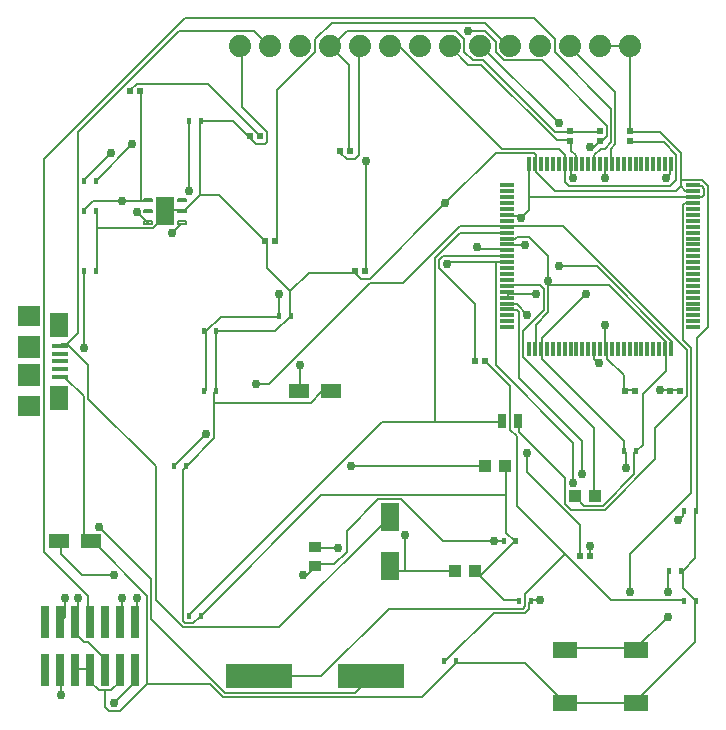
<source format=gbr>
G04 EAGLE Gerber RS-274X export*
G75*
%MOMM*%
%FSLAX34Y34*%
%LPD*%
%INTop Copper*%
%IPPOS*%
%AMOC8*
5,1,8,0,0,1.08239X$1,22.5*%
G01*
%ADD10R,1.100000X1.000000*%
%ADD11R,0.350000X0.600000*%
%ADD12R,1.700000X1.300000*%
%ADD13R,0.500000X0.600000*%
%ADD14R,1.000000X0.900000*%
%ADD15R,1.350000X0.400000*%
%ADD16R,1.600000X2.100000*%
%ADD17R,1.900000X1.800000*%
%ADD18R,1.900000X1.900000*%
%ADD19R,0.740000X2.790000*%
%ADD20C,1.879600*%
%ADD21R,0.540000X0.600000*%
%ADD22R,0.600000X0.540000*%
%ADD23R,0.560000X0.600000*%
%ADD24R,2.100000X1.400000*%
%ADD25R,1.550000X2.400000*%
%ADD26R,1.200000X0.300000*%
%ADD27R,0.300000X1.200000*%
%ADD28C,0.200000*%
%ADD29R,1.625000X2.365000*%
%ADD30R,5.600000X2.100000*%
%ADD31R,0.800000X1.300000*%
%ADD32C,0.203200*%
%ADD33C,0.756400*%


D10*
X410600Y241300D03*
X427600Y241300D03*
D11*
X566250Y152400D03*
X576750Y152400D03*
X172550Y304800D03*
X183050Y304800D03*
X375750Y76200D03*
X386250Y76200D03*
X578950Y203200D03*
X589450Y203200D03*
X172550Y355600D03*
X183050Y355600D03*
X439250Y127000D03*
X449750Y127000D03*
X528150Y254000D03*
X538650Y254000D03*
D12*
X253200Y304800D03*
X280200Y304800D03*
D11*
X236050Y368300D03*
X246550Y368300D03*
D12*
X50000Y177800D03*
X77000Y177800D03*
D10*
X486800Y215900D03*
X503800Y215900D03*
D11*
X426550Y177800D03*
X437050Y177800D03*
X159850Y533400D03*
X170350Y533400D03*
D10*
X385200Y152400D03*
X402200Y152400D03*
D11*
X70950Y482600D03*
X81450Y482600D03*
X70950Y457200D03*
X81450Y457200D03*
X70950Y406400D03*
X81450Y406400D03*
X578950Y127000D03*
X589450Y127000D03*
X159850Y114300D03*
X170350Y114300D03*
X147150Y241300D03*
X157650Y241300D03*
D13*
X300300Y406400D03*
X309300Y406400D03*
X224100Y431800D03*
X233100Y431800D03*
X211400Y520700D03*
X220400Y520700D03*
D14*
X266700Y157100D03*
X266700Y173100D03*
D15*
X50800Y330200D03*
X50800Y336700D03*
X50800Y323700D03*
X50800Y343200D03*
X50800Y317200D03*
D16*
X49550Y361200D03*
X49550Y299200D03*
D17*
X24050Y368200D03*
X24050Y292200D03*
D18*
X24050Y342200D03*
X24050Y318200D03*
D19*
X38100Y68550D03*
X38100Y109250D03*
X50800Y68550D03*
X50800Y109250D03*
X63500Y68550D03*
X63500Y109250D03*
X76200Y68550D03*
X76200Y109250D03*
X88900Y68550D03*
X88900Y109250D03*
X101600Y68550D03*
X101600Y109250D03*
X114300Y68550D03*
X114300Y109250D03*
D20*
X203200Y596900D03*
X228600Y596900D03*
X254000Y596900D03*
X279400Y596900D03*
X304800Y596900D03*
X330200Y596900D03*
X355600Y596900D03*
X381000Y596900D03*
X406400Y596900D03*
X431800Y596900D03*
X457200Y596900D03*
X482600Y596900D03*
X508000Y596900D03*
X533400Y596900D03*
D21*
X567180Y304800D03*
X575820Y304800D03*
X529080Y304800D03*
X537720Y304800D03*
D22*
X533400Y516380D03*
X533400Y525020D03*
X508000Y516380D03*
X508000Y525020D03*
X482600Y516380D03*
X482600Y525020D03*
D21*
X109980Y558800D03*
X118620Y558800D03*
X402080Y330200D03*
X410720Y330200D03*
X287780Y508000D03*
X296420Y508000D03*
D23*
X490950Y165100D03*
X499650Y165100D03*
D24*
X478000Y86000D03*
X538000Y86000D03*
X478000Y41000D03*
X538000Y41000D03*
D25*
X330200Y156800D03*
X330200Y198800D03*
D26*
X429500Y479100D03*
X429500Y474100D03*
X429500Y469100D03*
X429500Y464100D03*
X429500Y459100D03*
X429500Y454100D03*
X429500Y449100D03*
X429500Y444100D03*
X429500Y439100D03*
X429500Y434100D03*
X429500Y429100D03*
X429500Y424100D03*
X429500Y419100D03*
X429500Y414100D03*
X429500Y409100D03*
X429500Y404100D03*
X429500Y399100D03*
X429500Y394100D03*
X429500Y389100D03*
X429500Y384100D03*
X429500Y379100D03*
X429500Y374100D03*
X429500Y369100D03*
X429500Y364100D03*
X429500Y359100D03*
D27*
X448000Y340600D03*
X453000Y340600D03*
X458000Y340600D03*
X463000Y340600D03*
X468000Y340600D03*
X473000Y340600D03*
X478000Y340600D03*
X483000Y340600D03*
X488000Y340600D03*
X493000Y340600D03*
X498000Y340600D03*
X503000Y340600D03*
X508000Y340600D03*
X513000Y340600D03*
X518000Y340600D03*
X523000Y340600D03*
X528000Y340600D03*
X533000Y340600D03*
X538000Y340600D03*
X543000Y340600D03*
X548000Y340600D03*
X553000Y340600D03*
X558000Y340600D03*
X563000Y340600D03*
X568000Y340600D03*
D26*
X586500Y359100D03*
X586500Y364100D03*
X586500Y369100D03*
X586500Y374100D03*
X586500Y379100D03*
X586500Y384100D03*
X586500Y389100D03*
X586500Y394100D03*
X586500Y399100D03*
X586500Y404100D03*
X586500Y409100D03*
X586500Y414100D03*
X586500Y419100D03*
X586500Y424100D03*
X586500Y429100D03*
X586500Y434100D03*
X586500Y439100D03*
X586500Y444100D03*
X586500Y449100D03*
X586500Y454100D03*
X586500Y459100D03*
X586500Y464100D03*
X586500Y469100D03*
X586500Y474100D03*
X586500Y479100D03*
D27*
X568000Y497600D03*
X563000Y497600D03*
X558000Y497600D03*
X553000Y497600D03*
X548000Y497600D03*
X543000Y497600D03*
X538000Y497600D03*
X533000Y497600D03*
X528000Y497600D03*
X523000Y497600D03*
X518000Y497600D03*
X513000Y497600D03*
X508000Y497600D03*
X503000Y497600D03*
X498000Y497600D03*
X493000Y497600D03*
X488000Y497600D03*
X483000Y497600D03*
X478000Y497600D03*
X473000Y497600D03*
X468000Y497600D03*
X463000Y497600D03*
X458000Y497600D03*
X453000Y497600D03*
X448000Y497600D03*
D28*
X157250Y448700D02*
X150850Y448700D01*
X157250Y448700D02*
X157250Y446700D01*
X150850Y446700D01*
X150850Y448700D01*
X150850Y448600D02*
X157250Y448600D01*
X157250Y458200D02*
X150850Y458200D01*
X157250Y458200D02*
X157250Y456200D01*
X150850Y456200D01*
X150850Y458200D01*
X150850Y458100D02*
X157250Y458100D01*
X157250Y467700D02*
X150850Y467700D01*
X157250Y467700D02*
X157250Y465700D01*
X150850Y465700D01*
X150850Y467700D01*
X150850Y467600D02*
X157250Y467600D01*
X128550Y465700D02*
X122150Y465700D01*
X122150Y467700D01*
X128550Y467700D01*
X128550Y465700D01*
X128550Y467600D02*
X122150Y467600D01*
X122150Y456200D02*
X128550Y456200D01*
X122150Y456200D02*
X122150Y458200D01*
X128550Y458200D01*
X128550Y456200D01*
X128550Y458100D02*
X122150Y458100D01*
X122150Y446700D02*
X128550Y446700D01*
X122150Y446700D02*
X122150Y448700D01*
X128550Y448700D01*
X128550Y446700D01*
X128550Y448600D02*
X122150Y448600D01*
D29*
X139700Y457200D03*
D30*
X219200Y63500D03*
X314200Y63500D03*
D31*
X424800Y279400D03*
X438800Y279400D03*
D32*
X74676Y69342D02*
X64008Y69342D01*
X63500Y68550D01*
X74676Y69342D02*
X76200Y68550D01*
X101346Y67564D02*
X101346Y58674D01*
X94234Y51562D01*
X88900Y51562D02*
X83566Y51562D01*
X88900Y51562D02*
X94234Y51562D01*
X83566Y51562D02*
X76454Y58674D01*
X76454Y67564D01*
X101346Y67564D02*
X101600Y68550D01*
X76454Y67564D02*
X76200Y68550D01*
X55118Y316484D02*
X51562Y316484D01*
X55118Y316484D02*
X71120Y300482D01*
X71120Y183134D01*
X76454Y177800D01*
X51562Y316484D02*
X50800Y317200D01*
X76454Y177800D02*
X77000Y177800D01*
X88900Y51562D02*
X88900Y37338D01*
X92456Y33782D01*
X101346Y33782D01*
X124460Y56896D01*
X124460Y131572D01*
X78232Y177800D01*
X77000Y177800D01*
X577850Y151130D02*
X577850Y138684D01*
X588518Y128016D01*
X577850Y151130D02*
X576750Y152400D01*
X588518Y128016D02*
X589450Y127000D01*
X588518Y163576D02*
X588518Y202692D01*
X588518Y163576D02*
X577850Y152908D01*
X588518Y202692D02*
X589450Y203200D01*
X577850Y152908D02*
X576750Y152400D01*
X444500Y74676D02*
X387604Y74676D01*
X444500Y74676D02*
X476504Y42672D01*
X387604Y74676D02*
X386250Y76200D01*
X476504Y42672D02*
X478000Y41000D01*
X478282Y40894D02*
X536956Y40894D01*
X538000Y41000D01*
X478282Y40894D02*
X478000Y41000D01*
X588518Y92456D02*
X588518Y126238D01*
X588518Y92456D02*
X538734Y42672D01*
X588518Y126238D02*
X589450Y127000D01*
X538734Y42672D02*
X538000Y41000D01*
X177800Y56896D02*
X124460Y56896D01*
X177800Y56896D02*
X188468Y46228D01*
X357378Y46228D01*
X385826Y74676D01*
X386250Y76200D01*
X430276Y384048D02*
X430276Y387604D01*
X430276Y384048D02*
X429500Y384100D01*
X453390Y360934D02*
X453390Y341376D01*
X453390Y360934D02*
X464058Y371602D01*
X464058Y398272D02*
X464058Y419608D01*
X464058Y394716D02*
X464058Y371602D01*
X464058Y419608D02*
X448056Y435610D01*
X437388Y435610D01*
X435610Y433832D01*
X430276Y433832D01*
X453390Y341376D02*
X453000Y340600D01*
X430276Y433832D02*
X429500Y434100D01*
X430276Y387604D02*
X453390Y387604D01*
X430276Y387604D02*
X429500Y389100D01*
X536956Y252476D02*
X536956Y234696D01*
X510286Y208026D01*
X494284Y208026D01*
X487172Y215138D01*
X536956Y252476D02*
X538650Y254000D01*
X486800Y215900D02*
X487172Y215138D01*
X563626Y321818D02*
X563626Y339598D01*
X563626Y321818D02*
X544068Y302260D01*
X544068Y259588D01*
X538734Y254254D01*
X563626Y339598D02*
X563000Y340600D01*
X538734Y254254D02*
X538650Y254000D01*
X515620Y394716D02*
X464058Y394716D01*
X515620Y394716D02*
X563626Y346710D01*
X563626Y341376D01*
X464058Y394716D02*
X464058Y398272D01*
X563000Y340600D02*
X563626Y341376D01*
X533400Y525020D02*
X533400Y596900D01*
X579628Y474726D02*
X584962Y474726D01*
X579628Y474726D02*
X576072Y478282D01*
X576072Y483616D02*
X576072Y506730D01*
X576072Y483616D02*
X576072Y478282D01*
X576072Y506730D02*
X558292Y524510D01*
X533400Y524510D01*
X584962Y474726D02*
X586500Y474100D01*
X533400Y524510D02*
X533400Y525020D01*
X453390Y496062D02*
X453390Y490728D01*
X469392Y474726D01*
X572516Y474726D01*
X576072Y478282D01*
X453390Y496062D02*
X453000Y497600D01*
X508508Y597408D02*
X533400Y597408D01*
X508508Y597408D02*
X508000Y596900D01*
X533400Y596900D02*
X533400Y597408D01*
X112014Y513842D02*
X81788Y483616D01*
X81450Y482600D01*
X170350Y533400D02*
X197358Y533400D01*
X209804Y520954D01*
X211400Y520700D01*
X81788Y456946D02*
X81788Y442722D01*
X81788Y407162D01*
X81450Y406400D01*
X81788Y456946D02*
X81450Y457200D01*
X140462Y458724D02*
X152908Y458724D01*
X154050Y457200D01*
X140462Y458724D02*
X139700Y457200D01*
X129794Y442722D02*
X81788Y442722D01*
X129794Y442722D02*
X138684Y451612D01*
X138684Y456946D01*
X139700Y457200D01*
X168910Y471170D02*
X168910Y533400D01*
X168910Y471170D02*
X154686Y456946D01*
X168910Y533400D02*
X170350Y533400D01*
X154050Y457200D02*
X154686Y456946D01*
X426720Y128016D02*
X439166Y128016D01*
X405384Y149352D02*
X403606Y151130D01*
X405384Y149352D02*
X426720Y128016D01*
X439166Y128016D02*
X439250Y127000D01*
X403606Y151130D02*
X402200Y152400D01*
X407162Y149352D02*
X435610Y177800D01*
X407162Y149352D02*
X405384Y149352D01*
X402200Y152400D01*
X428498Y184912D02*
X428498Y216916D01*
X428498Y240030D01*
X428498Y184912D02*
X435610Y177800D01*
X428498Y240030D02*
X427600Y241300D01*
X435610Y177800D02*
X437050Y177800D01*
X181356Y264922D02*
X158242Y241808D01*
X181356Y295148D02*
X181356Y304038D01*
X181356Y295148D02*
X181356Y264922D01*
X158242Y241808D02*
X157650Y241300D01*
X181356Y304038D02*
X183050Y304800D01*
X168910Y113792D02*
X163576Y108458D01*
X156464Y108458D01*
X154686Y110236D01*
X154686Y238252D01*
X156464Y240030D01*
X170350Y114300D02*
X168910Y113792D01*
X156464Y240030D02*
X157650Y241300D01*
X183134Y305816D02*
X183134Y355600D01*
X183134Y305816D02*
X183050Y304800D01*
X232918Y355600D02*
X245364Y368046D01*
X232918Y355600D02*
X183134Y355600D01*
X245364Y368046D02*
X246550Y368300D01*
X183134Y355600D02*
X183050Y355600D01*
X225806Y408940D02*
X225806Y430276D01*
X225806Y408940D02*
X245364Y389382D01*
X245364Y369824D01*
X225806Y430276D02*
X224100Y431800D01*
X245364Y369824D02*
X246550Y368300D01*
X261366Y405384D02*
X298704Y405384D01*
X261366Y405384D02*
X245364Y389382D01*
X298704Y405384D02*
X300300Y406400D01*
X279146Y304038D02*
X272034Y304038D01*
X263144Y295148D01*
X181356Y295148D01*
X279146Y304038D02*
X280200Y304800D01*
X272034Y216916D02*
X428498Y216916D01*
X272034Y216916D02*
X170688Y115570D01*
X170350Y114300D01*
X168910Y471170D02*
X184912Y471170D01*
X224028Y432054D01*
X224100Y431800D01*
X204470Y545846D02*
X204470Y595630D01*
X204470Y545846D02*
X225806Y524510D01*
X225806Y515620D01*
X224028Y513842D01*
X216916Y513842D01*
X211582Y519176D01*
X204470Y595630D02*
X203200Y596900D01*
X211400Y520700D02*
X211582Y519176D01*
X453390Y504952D02*
X453390Y497840D01*
X453390Y504952D02*
X451612Y506730D01*
X419608Y506730D01*
X376936Y464058D02*
X312928Y400050D01*
X376936Y464058D02*
X419608Y506730D01*
X312928Y400050D02*
X305816Y400050D01*
X300482Y405384D01*
X453000Y497600D02*
X453390Y497840D01*
X300300Y406400D02*
X300482Y405384D01*
X590296Y350266D02*
X590296Y204470D01*
X590296Y350266D02*
X599186Y359156D01*
X599186Y478282D01*
X593852Y483616D01*
X576072Y483616D01*
X590296Y204470D02*
X589450Y203200D01*
D33*
X453390Y387604D03*
X464058Y398272D03*
X112014Y513842D03*
X376936Y464058D03*
D32*
X174244Y355600D02*
X174244Y305816D01*
X172550Y304800D01*
X186690Y368046D02*
X234696Y368046D01*
X186690Y368046D02*
X174244Y355600D01*
X234696Y368046D02*
X236050Y368300D01*
X174244Y355600D02*
X172550Y355600D01*
X483616Y524510D02*
X506730Y524510D01*
X483616Y524510D02*
X482600Y525020D01*
X506730Y524510D02*
X508000Y525020D01*
X295148Y508508D02*
X295148Y581406D01*
X280924Y595630D01*
X295148Y508508D02*
X296420Y508000D01*
X280924Y595630D02*
X279400Y596900D01*
X469392Y524510D02*
X481838Y524510D01*
X469392Y524510D02*
X408940Y584962D01*
X400050Y584962D01*
X392938Y592074D01*
X392938Y602742D01*
X385826Y609854D01*
X293370Y609854D01*
X280924Y597408D01*
X481838Y524510D02*
X482600Y525020D01*
X280924Y597408D02*
X279400Y596900D01*
X236474Y387604D02*
X236474Y369824D01*
X236050Y368300D01*
X586740Y469392D02*
X593852Y469392D01*
X595630Y471170D01*
X595630Y476504D01*
X593852Y478282D01*
X586740Y478282D01*
X586740Y469392D02*
X586500Y469100D01*
X586740Y478282D02*
X586500Y479100D01*
X444500Y428498D02*
X430276Y428498D01*
X439166Y451612D02*
X440944Y451612D01*
X439166Y451612D02*
X437388Y453390D01*
X430276Y453390D01*
X429500Y429100D02*
X430276Y428498D01*
X430276Y453390D02*
X429500Y454100D01*
X568960Y346710D02*
X568960Y341376D01*
X568960Y346710D02*
X504952Y410718D01*
X472948Y410718D01*
X568000Y340600D02*
X568960Y341376D01*
X448056Y458724D02*
X448056Y469392D01*
X448056Y496062D01*
X448056Y458724D02*
X440944Y451612D01*
X448056Y496062D02*
X448000Y497600D01*
X448056Y469392D02*
X584962Y469392D01*
X586500Y469100D01*
X417830Y117348D02*
X376936Y76454D01*
X417830Y117348D02*
X444500Y117348D01*
X448056Y120904D01*
X448056Y126238D01*
X376936Y76454D02*
X375750Y76200D01*
X448056Y126238D02*
X449750Y127000D01*
X528066Y254254D02*
X528066Y263144D01*
X458724Y332486D01*
X458724Y339598D01*
X528066Y254254D02*
X528150Y254000D01*
X458724Y339598D02*
X458000Y340600D01*
X577850Y202692D02*
X577850Y199136D01*
X574294Y195580D01*
X529844Y240030D02*
X529844Y252476D01*
X577850Y202692D02*
X578950Y203200D01*
X529844Y252476D02*
X528150Y254000D01*
X286258Y172466D02*
X266700Y172466D01*
X266700Y173100D01*
X449834Y128016D02*
X456946Y128016D01*
X449834Y128016D02*
X449750Y127000D01*
X458724Y350266D02*
X496062Y387604D01*
X458724Y350266D02*
X458724Y341376D01*
X458000Y340600D01*
D33*
X236474Y387604D03*
X444500Y428498D03*
X440944Y451612D03*
X472948Y410718D03*
X574294Y195580D03*
X529844Y240030D03*
X286258Y172466D03*
X456946Y128016D03*
X496062Y387604D03*
D32*
X579628Y464058D02*
X584962Y464058D01*
X579628Y464058D02*
X577850Y462280D01*
X577850Y348488D01*
X584962Y341376D01*
X584962Y218694D01*
X533400Y167132D01*
X533400Y135128D01*
X55118Y129794D02*
X55118Y113792D01*
X51562Y110236D01*
X584962Y464058D02*
X586500Y464100D01*
X51562Y110236D02*
X50800Y109250D01*
D33*
X533400Y135128D03*
X55118Y129794D03*
D32*
X503174Y497840D02*
X503174Y504952D01*
X508508Y510286D01*
X512064Y510286D01*
X517398Y515620D01*
X517398Y544068D01*
X469392Y592074D01*
X469392Y602742D01*
X451612Y620522D01*
X156464Y620522D01*
X37338Y501396D01*
X37338Y168910D01*
X74676Y131572D01*
X74676Y110236D01*
X503000Y497600D02*
X503174Y497840D01*
X76200Y109250D02*
X74676Y110236D01*
X512064Y485394D02*
X512064Y496062D01*
X513000Y497600D01*
X113792Y67564D02*
X113792Y58674D01*
X96012Y40894D01*
X113792Y67564D02*
X114300Y68550D01*
D33*
X512064Y485394D03*
X96012Y40894D03*
D32*
X517398Y497840D02*
X517398Y510286D01*
X520954Y513842D01*
X520954Y558292D01*
X483616Y595630D01*
X517398Y497840D02*
X518000Y497600D01*
X483616Y595630D02*
X482600Y596900D01*
X115570Y129794D02*
X115570Y110236D01*
X114300Y109250D01*
D33*
X115570Y129794D03*
D32*
X567182Y488950D02*
X567182Y496062D01*
X567182Y488950D02*
X563626Y485394D01*
X65786Y129794D02*
X65786Y112014D01*
X64008Y110236D01*
X567182Y496062D02*
X568000Y497600D01*
X64008Y110236D02*
X63500Y109250D01*
X88900Y78232D02*
X88900Y68550D01*
X88900Y78232D02*
X74676Y92456D01*
X71120Y92456D01*
X64008Y99568D01*
X64008Y108458D01*
X63500Y109250D01*
D33*
X563626Y485394D03*
X65786Y129794D03*
D32*
X160020Y115570D02*
X323596Y279146D01*
X368046Y279146D02*
X423164Y279146D01*
X368046Y279146D02*
X323596Y279146D01*
X160020Y115570D02*
X159850Y114300D01*
X423164Y279146D02*
X424800Y279400D01*
X428498Y439166D02*
X389382Y439166D01*
X368046Y417830D01*
X368046Y279146D01*
X428498Y439166D02*
X429500Y439100D01*
X71120Y405384D02*
X71120Y341376D01*
X83566Y190246D02*
X128016Y145796D01*
X128016Y112014D01*
X190246Y49784D01*
X300482Y49784D01*
X312928Y62230D01*
X71120Y405384D02*
X70950Y406400D01*
X314200Y63500D02*
X312928Y62230D01*
X405384Y424942D02*
X428498Y424942D01*
X405384Y424942D02*
X403606Y426720D01*
X428498Y424942D02*
X429500Y424100D01*
D33*
X71120Y341376D03*
X83566Y190246D03*
X403606Y426720D03*
D32*
X401828Y378714D02*
X401828Y330708D01*
X401828Y378714D02*
X371602Y408940D01*
X371602Y416052D01*
X375158Y419608D01*
X428498Y419608D01*
X401828Y330708D02*
X402080Y330200D01*
X429500Y419100D02*
X428498Y419608D01*
X293370Y501396D02*
X288036Y506730D01*
X293370Y501396D02*
X300482Y501396D01*
X304038Y504952D01*
X304038Y595630D01*
X287780Y508000D02*
X288036Y506730D01*
X304038Y595630D02*
X304800Y596900D01*
X380492Y414274D02*
X419608Y414274D01*
X428498Y414274D01*
X380492Y414274D02*
X378714Y412496D01*
X428498Y414274D02*
X429500Y414100D01*
X565404Y151130D02*
X565404Y135128D01*
X565404Y113792D02*
X538734Y87122D01*
X565404Y151130D02*
X566250Y152400D01*
X538734Y87122D02*
X538000Y86000D01*
X536956Y87122D02*
X478282Y87122D01*
X478000Y86000D01*
X536956Y87122D02*
X538000Y86000D01*
X103124Y110236D02*
X103124Y129794D01*
X103124Y110236D02*
X101600Y109250D01*
X419608Y327152D02*
X419608Y414274D01*
X419608Y327152D02*
X485394Y261366D01*
X485394Y227584D01*
D33*
X378714Y412496D03*
X565404Y135128D03*
X565404Y113792D03*
X103124Y129794D03*
X485394Y227584D03*
D32*
X503174Y216916D02*
X503174Y273812D01*
X442722Y334264D01*
X442722Y355600D01*
X460502Y373380D01*
X460502Y391160D01*
X456946Y394716D01*
X430276Y394716D01*
X503174Y216916D02*
X503800Y215900D01*
X429500Y394100D02*
X430276Y394716D01*
X490728Y192024D02*
X490728Y165354D01*
X490728Y192024D02*
X446278Y236474D01*
X446278Y252476D01*
X446278Y369824D02*
X437388Y378714D01*
X430276Y378714D01*
X490728Y165354D02*
X490950Y165100D01*
X430276Y378714D02*
X429500Y379100D01*
X160020Y474726D02*
X160020Y533400D01*
X159850Y533400D01*
X254254Y327152D02*
X254254Y305816D01*
X253200Y304800D01*
D33*
X446278Y252476D03*
X446278Y369824D03*
X160020Y474726D03*
X254254Y327152D03*
D32*
X375158Y177800D02*
X417830Y177800D01*
X426550Y177800D01*
X375158Y177800D02*
X339598Y213360D01*
X320040Y213360D01*
X293370Y186690D01*
X293370Y168910D01*
X282702Y158242D01*
X266700Y158242D01*
X266700Y157100D01*
X499618Y165354D02*
X499618Y174244D01*
X499618Y165354D02*
X499650Y165100D01*
X437388Y373380D02*
X430276Y373380D01*
X437388Y373380D02*
X439166Y371602D01*
X439166Y316484D01*
X492506Y263144D01*
X492506Y234696D01*
X430276Y373380D02*
X429500Y374100D01*
X51562Y177800D02*
X51562Y167132D01*
X69342Y149352D01*
X96012Y149352D01*
X256032Y149352D02*
X259588Y149352D01*
X266700Y156464D01*
X51562Y177800D02*
X50000Y177800D01*
X266700Y157100D02*
X266700Y156464D01*
D33*
X499618Y174244D03*
X417830Y177800D03*
X492506Y234696D03*
X96012Y149352D03*
X256032Y149352D03*
D32*
X334264Y152908D02*
X343154Y152908D01*
X384048Y152908D01*
X334264Y152908D02*
X330708Y156464D01*
X384048Y152908D02*
X385200Y152400D01*
X330708Y156464D02*
X330200Y156800D01*
X71120Y483616D02*
X94234Y506730D01*
X71120Y483616D02*
X70950Y482600D01*
X115570Y456946D02*
X124460Y448056D01*
X125350Y447700D01*
X145796Y439166D02*
X152908Y446278D01*
X154050Y447700D01*
X51562Y67564D02*
X51562Y48006D01*
X51562Y67564D02*
X50800Y68550D01*
X343154Y152908D02*
X343154Y183134D01*
D33*
X94234Y506730D03*
X115570Y456946D03*
X145796Y439166D03*
X51562Y48006D03*
X343154Y183134D03*
D32*
X56896Y344932D02*
X51562Y344932D01*
X56896Y344932D02*
X65786Y353822D01*
X65786Y524510D01*
X151130Y609854D01*
X215138Y609854D01*
X227584Y597408D01*
X51562Y344932D02*
X50800Y343200D01*
X227584Y597408D02*
X228600Y596900D01*
X328930Y197358D02*
X236474Y104902D01*
X154686Y104902D01*
X131572Y128016D01*
X131572Y241808D01*
X74676Y298704D01*
X74676Y327152D01*
X56896Y344932D01*
X328930Y197358D02*
X330200Y198800D01*
X56896Y344932D02*
X50800Y343200D01*
X71120Y458724D02*
X78232Y465836D01*
X119126Y465836D02*
X124460Y465836D01*
X119126Y465836D02*
X103124Y465836D01*
X78232Y465836D01*
X71120Y458724D02*
X70950Y457200D01*
X124460Y465836D02*
X125350Y466700D01*
X119126Y465836D02*
X119126Y558292D01*
X118620Y558800D01*
X296926Y241808D02*
X408940Y241808D01*
X410600Y241300D01*
D33*
X296926Y241808D03*
X103124Y465836D03*
D32*
X218694Y520954D02*
X218694Y522732D01*
X176022Y565404D01*
X115570Y565404D01*
X110236Y560070D01*
X218694Y520954D02*
X220400Y520700D01*
X109980Y558800D02*
X110236Y560070D01*
X517398Y128016D02*
X577850Y128016D01*
X478282Y167132D02*
X437388Y208026D01*
X478282Y167132D02*
X517398Y128016D01*
X437388Y208026D02*
X437388Y266700D01*
X432054Y272034D01*
X432054Y309372D01*
X412496Y328930D01*
X577850Y128016D02*
X578950Y127000D01*
X412496Y328930D02*
X410720Y330200D01*
X272034Y64008D02*
X220472Y64008D01*
X272034Y64008D02*
X328930Y120904D01*
X442722Y120904D01*
X444500Y122682D01*
X444500Y133350D01*
X478282Y167132D01*
X220472Y64008D02*
X219200Y63500D01*
X147574Y241808D02*
X174244Y268478D01*
X216916Y311150D02*
X227584Y311150D01*
X312928Y396494D01*
X341376Y396494D01*
X389382Y444500D01*
X428498Y444500D01*
X147574Y241808D02*
X147150Y241300D01*
X428498Y444500D02*
X429500Y444100D01*
X439166Y279146D02*
X439166Y270256D01*
X478282Y231140D01*
X478282Y209804D01*
X483616Y204470D01*
X512064Y204470D01*
X554736Y247142D01*
X554736Y273812D01*
X581406Y300482D01*
X581406Y339598D01*
X476504Y444500D01*
X430276Y444500D01*
X438800Y279400D02*
X439166Y279146D01*
X429500Y444100D02*
X430276Y444500D01*
D33*
X174244Y268478D03*
X216916Y311150D03*
D32*
X533400Y515620D02*
X561848Y515620D01*
X572516Y504952D01*
X572516Y483616D01*
X567182Y478282D01*
X481838Y478282D01*
X478282Y481838D01*
X478282Y496062D01*
X533400Y515620D02*
X533400Y516380D01*
X478000Y497600D02*
X478282Y496062D01*
X339598Y595630D02*
X330708Y595630D01*
X339598Y595630D02*
X424942Y510286D01*
X472948Y510286D01*
X478282Y504952D01*
X478282Y497840D01*
X330708Y595630D02*
X330200Y596900D01*
X478000Y497600D02*
X478282Y497840D01*
X508508Y517398D02*
X510286Y517398D01*
X513842Y520954D01*
X513842Y529844D01*
X458724Y584962D01*
X426720Y584962D01*
X419608Y592074D01*
X419608Y600964D01*
X410718Y609854D01*
X396494Y609854D01*
X508508Y517398D02*
X508000Y516380D01*
X483616Y496062D02*
X483616Y487172D01*
X485394Y485394D01*
X499618Y512064D02*
X503174Y512064D01*
X506730Y515620D01*
X483000Y497600D02*
X483616Y496062D01*
X506730Y515620D02*
X508000Y516380D01*
D33*
X396494Y609854D03*
X485394Y485394D03*
X499618Y512064D03*
D32*
X483616Y508508D02*
X483616Y515620D01*
X483616Y508508D02*
X487172Y504952D01*
X487172Y497840D01*
X483616Y515620D02*
X482600Y516380D01*
X487172Y497840D02*
X488000Y497600D01*
X481838Y517398D02*
X471170Y517398D01*
X407162Y581406D01*
X396494Y581406D01*
X381000Y596900D01*
X481838Y517398D02*
X482600Y516380D01*
X567182Y305816D02*
X574294Y305816D01*
X567182Y305816D02*
X567180Y304800D01*
X574294Y305816D02*
X575820Y304800D01*
X565404Y305816D02*
X558292Y305816D01*
X506730Y328930D02*
X503174Y332486D01*
X503174Y339598D01*
X565404Y305816D02*
X567180Y304800D01*
X503174Y339598D02*
X503000Y340600D01*
X309372Y407162D02*
X309372Y499618D01*
X309372Y407162D02*
X309300Y406400D01*
X472948Y531622D02*
X407162Y597408D01*
X406400Y596900D01*
D33*
X558292Y305816D03*
X506730Y328930D03*
X309372Y499618D03*
X472948Y531622D03*
D32*
X529844Y305816D02*
X536956Y305816D01*
X529844Y305816D02*
X529080Y304800D01*
X536956Y305816D02*
X537720Y304800D01*
X528066Y305816D02*
X528066Y318262D01*
X513842Y332486D01*
X513842Y339598D01*
X528066Y305816D02*
X529080Y304800D01*
X513842Y339598D02*
X513000Y340600D01*
X234696Y432054D02*
X234696Y560070D01*
X266700Y592074D01*
X266700Y602742D01*
X280924Y616966D01*
X410718Y616966D01*
X430276Y597408D01*
X234696Y432054D02*
X233100Y431800D01*
X430276Y597408D02*
X431800Y596900D01*
X512064Y360934D02*
X512064Y341376D01*
X513000Y340600D01*
D33*
X512064Y360934D03*
M02*

</source>
